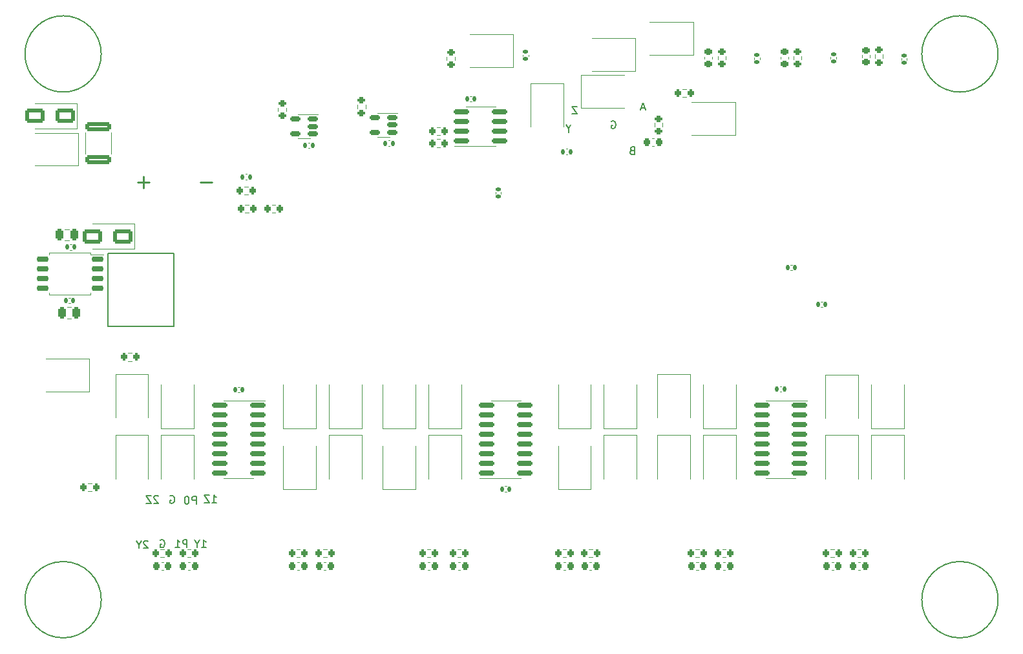
<source format=gbo>
G04 #@! TF.GenerationSoftware,KiCad,Pcbnew,7.0.2-6a45011f42~172~ubuntu22.04.1*
G04 #@! TF.CreationDate,2023-05-13T08:30:53-06:00*
G04 #@! TF.ProjectId,colordance-brain,636f6c6f-7264-4616-9e63-652d62726169,rev?*
G04 #@! TF.SameCoordinates,Original*
G04 #@! TF.FileFunction,Legend,Bot*
G04 #@! TF.FilePolarity,Positive*
%FSLAX46Y46*%
G04 Gerber Fmt 4.6, Leading zero omitted, Abs format (unit mm)*
G04 Created by KiCad (PCBNEW 7.0.2-6a45011f42~172~ubuntu22.04.1) date 2023-05-13 08:30:53*
%MOMM*%
%LPD*%
G01*
G04 APERTURE LIST*
G04 Aperture macros list*
%AMRoundRect*
0 Rectangle with rounded corners*
0 $1 Rounding radius*
0 $2 $3 $4 $5 $6 $7 $8 $9 X,Y pos of 4 corners*
0 Add a 4 corners polygon primitive as box body*
4,1,4,$2,$3,$4,$5,$6,$7,$8,$9,$2,$3,0*
0 Add four circle primitives for the rounded corners*
1,1,$1+$1,$2,$3*
1,1,$1+$1,$4,$5*
1,1,$1+$1,$6,$7*
1,1,$1+$1,$8,$9*
0 Add four rect primitives between the rounded corners*
20,1,$1+$1,$2,$3,$4,$5,0*
20,1,$1+$1,$4,$5,$6,$7,0*
20,1,$1+$1,$6,$7,$8,$9,0*
20,1,$1+$1,$8,$9,$2,$3,0*%
G04 Aperture macros list end*
%ADD10C,0.250000*%
%ADD11C,0.150000*%
%ADD12C,0.120000*%
%ADD13C,1.600000*%
%ADD14R,1.600000X1.600000*%
%ADD15O,6.030000X2.070000*%
%ADD16C,3.200000*%
%ADD17R,1.500000X1.500000*%
%ADD18C,1.500000*%
%ADD19R,1.700000X1.700000*%
%ADD20O,1.700000X1.700000*%
%ADD21C,5.200000*%
%ADD22R,2.000000X2.000000*%
%ADD23C,2.000000*%
%ADD24RoundRect,0.250000X1.450000X-0.312500X1.450000X0.312500X-1.450000X0.312500X-1.450000X-0.312500X0*%
%ADD25RoundRect,0.140000X-0.140000X-0.170000X0.140000X-0.170000X0.140000X0.170000X-0.140000X0.170000X0*%
%ADD26RoundRect,0.140000X0.170000X-0.140000X0.170000X0.140000X-0.170000X0.140000X-0.170000X-0.140000X0*%
%ADD27RoundRect,0.225000X-0.250000X0.225000X-0.250000X-0.225000X0.250000X-0.225000X0.250000X0.225000X0*%
%ADD28RoundRect,0.140000X-0.170000X0.140000X-0.170000X-0.140000X0.170000X-0.140000X0.170000X0.140000X0*%
%ADD29RoundRect,0.140000X0.140000X0.170000X-0.140000X0.170000X-0.140000X-0.170000X0.140000X-0.170000X0*%
%ADD30RoundRect,0.225000X0.225000X0.250000X-0.225000X0.250000X-0.225000X-0.250000X0.225000X-0.250000X0*%
%ADD31RoundRect,0.225000X-0.225000X-0.250000X0.225000X-0.250000X0.225000X0.250000X-0.225000X0.250000X0*%
%ADD32R,2.300000X2.500000*%
%ADD33RoundRect,0.200000X-0.200000X-0.275000X0.200000X-0.275000X0.200000X0.275000X-0.200000X0.275000X0*%
%ADD34RoundRect,0.200000X0.200000X0.275000X-0.200000X0.275000X-0.200000X-0.275000X0.200000X-0.275000X0*%
%ADD35RoundRect,0.150000X-0.825000X-0.150000X0.825000X-0.150000X0.825000X0.150000X-0.825000X0.150000X0*%
%ADD36RoundRect,0.150000X0.825000X0.150000X-0.825000X0.150000X-0.825000X-0.150000X0.825000X-0.150000X0*%
%ADD37RoundRect,0.150000X0.512500X0.150000X-0.512500X0.150000X-0.512500X-0.150000X0.512500X-0.150000X0*%
%ADD38RoundRect,0.250000X1.000000X0.650000X-1.000000X0.650000X-1.000000X-0.650000X1.000000X-0.650000X0*%
%ADD39R,2.500000X2.300000*%
%ADD40RoundRect,0.250000X0.250000X0.475000X-0.250000X0.475000X-0.250000X-0.475000X0.250000X-0.475000X0*%
%ADD41RoundRect,0.150000X0.650000X0.150000X-0.650000X0.150000X-0.650000X-0.150000X0.650000X-0.150000X0*%
%ADD42RoundRect,0.200000X-0.275000X0.200000X-0.275000X-0.200000X0.275000X-0.200000X0.275000X0.200000X0*%
%ADD43RoundRect,0.200000X0.275000X-0.200000X0.275000X0.200000X-0.275000X0.200000X-0.275000X-0.200000X0*%
%ADD44R,3.500000X2.400000*%
G04 APERTURE END LIST*
D10*
X40523809Y-69293333D02*
X39000000Y-69293333D01*
X32323809Y-69293333D02*
X30800000Y-69293333D01*
X31561904Y-70055238D02*
X31561904Y-68531428D01*
D11*
X32114285Y-116357857D02*
X32066666Y-116310238D01*
X32066666Y-116310238D02*
X31971428Y-116262619D01*
X31971428Y-116262619D02*
X31733333Y-116262619D01*
X31733333Y-116262619D02*
X31638095Y-116310238D01*
X31638095Y-116310238D02*
X31590476Y-116357857D01*
X31590476Y-116357857D02*
X31542857Y-116453095D01*
X31542857Y-116453095D02*
X31542857Y-116548333D01*
X31542857Y-116548333D02*
X31590476Y-116691190D01*
X31590476Y-116691190D02*
X32161904Y-117262619D01*
X32161904Y-117262619D02*
X31542857Y-117262619D01*
X30923809Y-116786428D02*
X30923809Y-117262619D01*
X31257142Y-116262619D02*
X30923809Y-116786428D01*
X30923809Y-116786428D02*
X30590476Y-116262619D01*
X38438094Y-111462619D02*
X38438094Y-110462619D01*
X38438094Y-110462619D02*
X38057142Y-110462619D01*
X38057142Y-110462619D02*
X37961904Y-110510238D01*
X37961904Y-110510238D02*
X37914285Y-110557857D01*
X37914285Y-110557857D02*
X37866666Y-110653095D01*
X37866666Y-110653095D02*
X37866666Y-110795952D01*
X37866666Y-110795952D02*
X37914285Y-110891190D01*
X37914285Y-110891190D02*
X37961904Y-110938809D01*
X37961904Y-110938809D02*
X38057142Y-110986428D01*
X38057142Y-110986428D02*
X38438094Y-110986428D01*
X37247618Y-110462619D02*
X37152380Y-110462619D01*
X37152380Y-110462619D02*
X37057142Y-110510238D01*
X37057142Y-110510238D02*
X37009523Y-110557857D01*
X37009523Y-110557857D02*
X36961904Y-110653095D01*
X36961904Y-110653095D02*
X36914285Y-110843571D01*
X36914285Y-110843571D02*
X36914285Y-111081666D01*
X36914285Y-111081666D02*
X36961904Y-111272142D01*
X36961904Y-111272142D02*
X37009523Y-111367380D01*
X37009523Y-111367380D02*
X37057142Y-111415000D01*
X37057142Y-111415000D02*
X37152380Y-111462619D01*
X37152380Y-111462619D02*
X37247618Y-111462619D01*
X37247618Y-111462619D02*
X37342856Y-111415000D01*
X37342856Y-111415000D02*
X37390475Y-111367380D01*
X37390475Y-111367380D02*
X37438094Y-111272142D01*
X37438094Y-111272142D02*
X37485713Y-111081666D01*
X37485713Y-111081666D02*
X37485713Y-110843571D01*
X37485713Y-110843571D02*
X37438094Y-110653095D01*
X37438094Y-110653095D02*
X37390475Y-110557857D01*
X37390475Y-110557857D02*
X37342856Y-110510238D01*
X37342856Y-110510238D02*
X37247618Y-110462619D01*
X40490476Y-111262619D02*
X41061904Y-111262619D01*
X40776190Y-111262619D02*
X40776190Y-110262619D01*
X40776190Y-110262619D02*
X40871428Y-110405476D01*
X40871428Y-110405476D02*
X40966666Y-110500714D01*
X40966666Y-110500714D02*
X41061904Y-110548333D01*
X40157142Y-110262619D02*
X39490476Y-110262619D01*
X39490476Y-110262619D02*
X40157142Y-111262619D01*
X40157142Y-111262619D02*
X39490476Y-111262619D01*
X33461904Y-110457857D02*
X33414285Y-110410238D01*
X33414285Y-110410238D02*
X33319047Y-110362619D01*
X33319047Y-110362619D02*
X33080952Y-110362619D01*
X33080952Y-110362619D02*
X32985714Y-110410238D01*
X32985714Y-110410238D02*
X32938095Y-110457857D01*
X32938095Y-110457857D02*
X32890476Y-110553095D01*
X32890476Y-110553095D02*
X32890476Y-110648333D01*
X32890476Y-110648333D02*
X32938095Y-110791190D01*
X32938095Y-110791190D02*
X33509523Y-111362619D01*
X33509523Y-111362619D02*
X32890476Y-111362619D01*
X32557142Y-110362619D02*
X31890476Y-110362619D01*
X31890476Y-110362619D02*
X32557142Y-111362619D01*
X32557142Y-111362619D02*
X31890476Y-111362619D01*
X33738095Y-116210238D02*
X33833333Y-116162619D01*
X33833333Y-116162619D02*
X33976190Y-116162619D01*
X33976190Y-116162619D02*
X34119047Y-116210238D01*
X34119047Y-116210238D02*
X34214285Y-116305476D01*
X34214285Y-116305476D02*
X34261904Y-116400714D01*
X34261904Y-116400714D02*
X34309523Y-116591190D01*
X34309523Y-116591190D02*
X34309523Y-116734047D01*
X34309523Y-116734047D02*
X34261904Y-116924523D01*
X34261904Y-116924523D02*
X34214285Y-117019761D01*
X34214285Y-117019761D02*
X34119047Y-117115000D01*
X34119047Y-117115000D02*
X33976190Y-117162619D01*
X33976190Y-117162619D02*
X33880952Y-117162619D01*
X33880952Y-117162619D02*
X33738095Y-117115000D01*
X33738095Y-117115000D02*
X33690476Y-117067380D01*
X33690476Y-117067380D02*
X33690476Y-116734047D01*
X33690476Y-116734047D02*
X33880952Y-116734047D01*
X92838095Y-61310238D02*
X92933333Y-61262619D01*
X92933333Y-61262619D02*
X93076190Y-61262619D01*
X93076190Y-61262619D02*
X93219047Y-61310238D01*
X93219047Y-61310238D02*
X93314285Y-61405476D01*
X93314285Y-61405476D02*
X93361904Y-61500714D01*
X93361904Y-61500714D02*
X93409523Y-61691190D01*
X93409523Y-61691190D02*
X93409523Y-61834047D01*
X93409523Y-61834047D02*
X93361904Y-62024523D01*
X93361904Y-62024523D02*
X93314285Y-62119761D01*
X93314285Y-62119761D02*
X93219047Y-62215000D01*
X93219047Y-62215000D02*
X93076190Y-62262619D01*
X93076190Y-62262619D02*
X92980952Y-62262619D01*
X92980952Y-62262619D02*
X92838095Y-62215000D01*
X92838095Y-62215000D02*
X92790476Y-62167380D01*
X92790476Y-62167380D02*
X92790476Y-61834047D01*
X92790476Y-61834047D02*
X92980952Y-61834047D01*
X35038095Y-110410238D02*
X35133333Y-110362619D01*
X35133333Y-110362619D02*
X35276190Y-110362619D01*
X35276190Y-110362619D02*
X35419047Y-110410238D01*
X35419047Y-110410238D02*
X35514285Y-110505476D01*
X35514285Y-110505476D02*
X35561904Y-110600714D01*
X35561904Y-110600714D02*
X35609523Y-110791190D01*
X35609523Y-110791190D02*
X35609523Y-110934047D01*
X35609523Y-110934047D02*
X35561904Y-111124523D01*
X35561904Y-111124523D02*
X35514285Y-111219761D01*
X35514285Y-111219761D02*
X35419047Y-111315000D01*
X35419047Y-111315000D02*
X35276190Y-111362619D01*
X35276190Y-111362619D02*
X35180952Y-111362619D01*
X35180952Y-111362619D02*
X35038095Y-111315000D01*
X35038095Y-111315000D02*
X34990476Y-111267380D01*
X34990476Y-111267380D02*
X34990476Y-110934047D01*
X34990476Y-110934047D02*
X35180952Y-110934047D01*
X87199999Y-62286428D02*
X87199999Y-62762619D01*
X87533332Y-61762619D02*
X87199999Y-62286428D01*
X87199999Y-62286428D02*
X86866666Y-61762619D01*
X97238094Y-59576904D02*
X96761904Y-59576904D01*
X97333332Y-59862619D02*
X96999999Y-58862619D01*
X96999999Y-58862619D02*
X96666666Y-59862619D01*
X39142857Y-117162619D02*
X39714285Y-117162619D01*
X39428571Y-117162619D02*
X39428571Y-116162619D01*
X39428571Y-116162619D02*
X39523809Y-116305476D01*
X39523809Y-116305476D02*
X39619047Y-116400714D01*
X39619047Y-116400714D02*
X39714285Y-116448333D01*
X38523809Y-116686428D02*
X38523809Y-117162619D01*
X38857142Y-116162619D02*
X38523809Y-116686428D01*
X38523809Y-116686428D02*
X38190476Y-116162619D01*
X95528571Y-65138809D02*
X95385714Y-65186428D01*
X95385714Y-65186428D02*
X95338095Y-65234047D01*
X95338095Y-65234047D02*
X95290476Y-65329285D01*
X95290476Y-65329285D02*
X95290476Y-65472142D01*
X95290476Y-65472142D02*
X95338095Y-65567380D01*
X95338095Y-65567380D02*
X95385714Y-65615000D01*
X95385714Y-65615000D02*
X95480952Y-65662619D01*
X95480952Y-65662619D02*
X95861904Y-65662619D01*
X95861904Y-65662619D02*
X95861904Y-64662619D01*
X95861904Y-64662619D02*
X95528571Y-64662619D01*
X95528571Y-64662619D02*
X95433333Y-64710238D01*
X95433333Y-64710238D02*
X95385714Y-64757857D01*
X95385714Y-64757857D02*
X95338095Y-64853095D01*
X95338095Y-64853095D02*
X95338095Y-64948333D01*
X95338095Y-64948333D02*
X95385714Y-65043571D01*
X95385714Y-65043571D02*
X95433333Y-65091190D01*
X95433333Y-65091190D02*
X95528571Y-65138809D01*
X95528571Y-65138809D02*
X95861904Y-65138809D01*
X37238094Y-117162619D02*
X37238094Y-116162619D01*
X37238094Y-116162619D02*
X36857142Y-116162619D01*
X36857142Y-116162619D02*
X36761904Y-116210238D01*
X36761904Y-116210238D02*
X36714285Y-116257857D01*
X36714285Y-116257857D02*
X36666666Y-116353095D01*
X36666666Y-116353095D02*
X36666666Y-116495952D01*
X36666666Y-116495952D02*
X36714285Y-116591190D01*
X36714285Y-116591190D02*
X36761904Y-116638809D01*
X36761904Y-116638809D02*
X36857142Y-116686428D01*
X36857142Y-116686428D02*
X37238094Y-116686428D01*
X35714285Y-117162619D02*
X36285713Y-117162619D01*
X35999999Y-117162619D02*
X35999999Y-116162619D01*
X35999999Y-116162619D02*
X36095237Y-116305476D01*
X36095237Y-116305476D02*
X36190475Y-116400714D01*
X36190475Y-116400714D02*
X36285713Y-116448333D01*
X88333332Y-59362619D02*
X87666666Y-59362619D01*
X87666666Y-59362619D02*
X88333332Y-60362619D01*
X88333332Y-60362619D02*
X87666666Y-60362619D01*
G04 #@! TO.C,H1*
X26000000Y-52500000D02*
G75*
G03*
X26000000Y-52500000I-5000000J0D01*
G01*
G04 #@! TO.C,H2*
X143500000Y-124000000D02*
G75*
G03*
X143500000Y-124000000I-5000000J0D01*
G01*
G04 #@! TO.C,H3*
X143500000Y-52500000D02*
G75*
G03*
X143500000Y-52500000I-5000000J0D01*
G01*
G04 #@! TO.C,H4*
X26000000Y-124000000D02*
G75*
G03*
X26000000Y-124000000I-5000000J0D01*
G01*
D12*
G04 #@! TO.C,TH1*
X23890000Y-65586252D02*
X23890000Y-62813748D01*
X27310000Y-65586252D02*
X27310000Y-62813748D01*
G04 #@! TO.C,C2*
X53092164Y-64140000D02*
X53307836Y-64140000D01*
X53092164Y-64860000D02*
X53307836Y-64860000D01*
G04 #@! TO.C,C3*
X121560000Y-53107836D02*
X121560000Y-52892164D01*
X122280000Y-53107836D02*
X122280000Y-52892164D01*
G04 #@! TO.C,C4*
X106010000Y-52859420D02*
X106010000Y-53140580D01*
X104990000Y-52859420D02*
X104990000Y-53140580D01*
G04 #@! TO.C,C8*
X63592164Y-63840000D02*
X63807836Y-63840000D01*
X63592164Y-64560000D02*
X63807836Y-64560000D01*
G04 #@! TO.C,C6*
X111540000Y-53207836D02*
X111540000Y-52992164D01*
X112260000Y-53207836D02*
X112260000Y-52992164D01*
G04 #@! TO.C,C7*
X116030000Y-52859420D02*
X116030000Y-53140580D01*
X115010000Y-52859420D02*
X115010000Y-53140580D01*
G04 #@! TO.C,C10*
X78360000Y-70592164D02*
X78360000Y-70807836D01*
X77640000Y-70592164D02*
X77640000Y-70807836D01*
G04 #@! TO.C,C11*
X120507836Y-85660000D02*
X120292164Y-85660000D01*
X120507836Y-84940000D02*
X120292164Y-84940000D01*
G04 #@! TO.C,C12*
X116292164Y-80140000D02*
X116507836Y-80140000D01*
X116292164Y-80860000D02*
X116507836Y-80860000D01*
G04 #@! TO.C,C15*
X43892164Y-96140000D02*
X44107836Y-96140000D01*
X43892164Y-96860000D02*
X44107836Y-96860000D01*
G04 #@! TO.C,C16*
X55440580Y-120110000D02*
X55159420Y-120110000D01*
X55440580Y-119090000D02*
X55159420Y-119090000D01*
G04 #@! TO.C,C17*
X51659420Y-119090000D02*
X51940580Y-119090000D01*
X51659420Y-120110000D02*
X51940580Y-120110000D01*
G04 #@! TO.C,C20*
X114892164Y-96040000D02*
X115107836Y-96040000D01*
X114892164Y-96760000D02*
X115107836Y-96760000D01*
G04 #@! TO.C,C21*
X125440580Y-120110000D02*
X125159420Y-120110000D01*
X125440580Y-119090000D02*
X125159420Y-119090000D01*
G04 #@! TO.C,C22*
X121659420Y-119090000D02*
X121940580Y-119090000D01*
X121659420Y-120110000D02*
X121940580Y-120110000D01*
G04 #@! TO.C,C25*
X79107836Y-109860000D02*
X78892164Y-109860000D01*
X79107836Y-109140000D02*
X78892164Y-109140000D01*
G04 #@! TO.C,C26*
X73040580Y-120110000D02*
X72759420Y-120110000D01*
X73040580Y-119090000D02*
X72759420Y-119090000D01*
G04 #@! TO.C,C27*
X68759420Y-119090000D02*
X69040580Y-119090000D01*
X68759420Y-120110000D02*
X69040580Y-120110000D01*
G04 #@! TO.C,D9*
X49850000Y-109550000D02*
X49850000Y-103850000D01*
X54150000Y-109550000D02*
X49850000Y-109550000D01*
X54150000Y-109550000D02*
X54150000Y-103850000D01*
G04 #@! TO.C,D10*
X60150000Y-102450000D02*
X60150000Y-108150000D01*
X55850000Y-102450000D02*
X60150000Y-102450000D01*
X55850000Y-102450000D02*
X55850000Y-108150000D01*
G04 #@! TO.C,D11*
X55850000Y-101550000D02*
X55850000Y-95850000D01*
X60150000Y-101550000D02*
X55850000Y-101550000D01*
X60150000Y-101550000D02*
X60150000Y-95850000D01*
G04 #@! TO.C,D12*
X32150000Y-102450000D02*
X32150000Y-108150000D01*
X27850000Y-102450000D02*
X32150000Y-102450000D01*
X27850000Y-102450000D02*
X27850000Y-108150000D01*
G04 #@! TO.C,D13*
X32150000Y-94450000D02*
X32150000Y-100150000D01*
X27850000Y-94450000D02*
X32150000Y-94450000D01*
X27850000Y-94450000D02*
X27850000Y-100150000D01*
G04 #@! TO.C,D14*
X33850000Y-101550000D02*
X33850000Y-95850000D01*
X38150000Y-101550000D02*
X33850000Y-101550000D01*
X38150000Y-101550000D02*
X38150000Y-95850000D01*
G04 #@! TO.C,D15*
X38150000Y-102450000D02*
X38150000Y-108150000D01*
X33850000Y-102450000D02*
X38150000Y-102450000D01*
X33850000Y-102450000D02*
X33850000Y-108150000D01*
G04 #@! TO.C,D16*
X125150000Y-102450000D02*
X125150000Y-108150000D01*
X120850000Y-102450000D02*
X125150000Y-102450000D01*
X120850000Y-102450000D02*
X120850000Y-108150000D01*
G04 #@! TO.C,D17*
X125150000Y-94500000D02*
X125150000Y-100200000D01*
X120850000Y-94500000D02*
X125150000Y-94500000D01*
X120850000Y-94500000D02*
X120850000Y-100200000D01*
G04 #@! TO.C,D18*
X126850000Y-101550000D02*
X126850000Y-95850000D01*
X131150000Y-101550000D02*
X126850000Y-101550000D01*
X131150000Y-101550000D02*
X131150000Y-95850000D01*
G04 #@! TO.C,D19*
X131150000Y-102450000D02*
X131150000Y-108150000D01*
X126850000Y-102450000D02*
X131150000Y-102450000D01*
X126850000Y-102450000D02*
X126850000Y-108150000D01*
G04 #@! TO.C,D20*
X103150000Y-102450000D02*
X103150000Y-108150000D01*
X98850000Y-102450000D02*
X103150000Y-102450000D01*
X98850000Y-102450000D02*
X98850000Y-108150000D01*
G04 #@! TO.C,D22*
X109150000Y-102450000D02*
X109150000Y-108150000D01*
X104850000Y-102450000D02*
X109150000Y-102450000D01*
X104850000Y-102450000D02*
X104850000Y-108150000D01*
G04 #@! TO.C,D24*
X62850000Y-101550000D02*
X62850000Y-95850000D01*
X67150000Y-101550000D02*
X62850000Y-101550000D01*
X67150000Y-101550000D02*
X67150000Y-95850000D01*
G04 #@! TO.C,D26*
X73150000Y-102450000D02*
X73150000Y-108150000D01*
X68850000Y-102450000D02*
X73150000Y-102450000D01*
X68850000Y-102450000D02*
X68850000Y-108150000D01*
G04 #@! TO.C,D27*
X68850000Y-101550000D02*
X68850000Y-95850000D01*
X73150000Y-101550000D02*
X68850000Y-101550000D01*
X73150000Y-101550000D02*
X73150000Y-95850000D01*
G04 #@! TO.C,D28*
X85850000Y-101550000D02*
X85850000Y-95850000D01*
X90150000Y-101550000D02*
X85850000Y-101550000D01*
X90150000Y-101550000D02*
X90150000Y-95850000D01*
G04 #@! TO.C,D29*
X85850000Y-109550000D02*
X85850000Y-103850000D01*
X90150000Y-109550000D02*
X85850000Y-109550000D01*
X90150000Y-109550000D02*
X90150000Y-103850000D01*
G04 #@! TO.C,D31*
X91850000Y-101550000D02*
X91850000Y-95850000D01*
X96150000Y-101550000D02*
X91850000Y-101550000D01*
X96150000Y-101550000D02*
X96150000Y-95850000D01*
G04 #@! TO.C,R1*
X29537742Y-92722500D02*
X30012258Y-92722500D01*
X29537742Y-91677500D02*
X30012258Y-91677500D01*
G04 #@! TO.C,R2*
X44862742Y-72277500D02*
X45337258Y-72277500D01*
X44862742Y-73322500D02*
X45337258Y-73322500D01*
G04 #@! TO.C,R3*
X45237258Y-70922500D02*
X44762742Y-70922500D01*
X45237258Y-69877500D02*
X44762742Y-69877500D01*
G04 #@! TO.C,U7*
X79000000Y-97940000D02*
X77050000Y-97940000D01*
X79000000Y-97940000D02*
X80950000Y-97940000D01*
X79000000Y-108060000D02*
X75550000Y-108060000D01*
X79000000Y-108060000D02*
X80950000Y-108060000D01*
G04 #@! TO.C,U5*
X44000000Y-108060000D02*
X45950000Y-108060000D01*
X44000000Y-108060000D02*
X42050000Y-108060000D01*
X44000000Y-97940000D02*
X47450000Y-97940000D01*
X44000000Y-97940000D02*
X42050000Y-97940000D01*
G04 #@! TO.C,U6*
X115000000Y-108060000D02*
X116950000Y-108060000D01*
X115000000Y-108060000D02*
X113050000Y-108060000D01*
X115000000Y-97940000D02*
X118450000Y-97940000D01*
X115000000Y-97940000D02*
X113050000Y-97940000D01*
G04 #@! TO.C,D25*
X62850000Y-109550000D02*
X62850000Y-103850000D01*
X67150000Y-109550000D02*
X62850000Y-109550000D01*
X67150000Y-109550000D02*
X67150000Y-103850000D01*
G04 #@! TO.C,D30*
X96150000Y-102450000D02*
X96150000Y-108150000D01*
X91850000Y-102450000D02*
X96150000Y-102450000D01*
X91850000Y-102450000D02*
X91850000Y-108150000D01*
G04 #@! TO.C,D23*
X104850000Y-101550000D02*
X104850000Y-95850000D01*
X109150000Y-101550000D02*
X104850000Y-101550000D01*
X109150000Y-101550000D02*
X109150000Y-95850000D01*
G04 #@! TO.C,D21*
X103150000Y-94450000D02*
X103150000Y-100150000D01*
X98850000Y-94450000D02*
X103150000Y-94450000D01*
X98850000Y-94450000D02*
X98850000Y-100150000D01*
G04 #@! TO.C,C5*
X45107836Y-68960000D02*
X44892164Y-68960000D01*
X45107836Y-68240000D02*
X44892164Y-68240000D01*
G04 #@! TO.C,D8*
X49850000Y-101550000D02*
X49850000Y-95850000D01*
X54150000Y-101550000D02*
X49850000Y-101550000D01*
X54150000Y-101550000D02*
X54150000Y-95850000D01*
G04 #@! TO.C,U1*
X52600000Y-63560000D02*
X53400000Y-63560000D01*
X52600000Y-63560000D02*
X51800000Y-63560000D01*
X52600000Y-60440000D02*
X54400000Y-60440000D01*
X52600000Y-60440000D02*
X51800000Y-60440000D01*
G04 #@! TO.C,U2*
X63000000Y-63360000D02*
X63800000Y-63360000D01*
X63000000Y-63360000D02*
X62200000Y-63360000D01*
X63000000Y-60240000D02*
X64800000Y-60240000D01*
X63000000Y-60240000D02*
X62200000Y-60240000D01*
G04 #@! TO.C,C19*
X33859420Y-119090000D02*
X34140580Y-119090000D01*
X33859420Y-120110000D02*
X34140580Y-120110000D01*
G04 #@! TO.C,D34*
X30310000Y-78050000D02*
X24800000Y-78050000D01*
X30310000Y-74750000D02*
X30310000Y-78050000D01*
X30310000Y-74750000D02*
X24800000Y-74750000D01*
G04 #@! TO.C,D32*
X23000000Y-67150000D02*
X17300000Y-67150000D01*
X23000000Y-62850000D02*
X23000000Y-67150000D01*
X23000000Y-62850000D02*
X17300000Y-62850000D01*
G04 #@! TO.C,R4*
X102637258Y-58122500D02*
X102162742Y-58122500D01*
X102637258Y-57077500D02*
X102162742Y-57077500D01*
G04 #@! TO.C,R17*
X125537258Y-118422500D02*
X125062742Y-118422500D01*
X125537258Y-117377500D02*
X125062742Y-117377500D01*
G04 #@! TO.C,C31*
X21761252Y-76935000D02*
X21238748Y-76935000D01*
X21761252Y-75465000D02*
X21238748Y-75465000D01*
G04 #@! TO.C,D35*
X24450000Y-96750000D02*
X18750000Y-96750000D01*
X24450000Y-92450000D02*
X24450000Y-96750000D01*
X24450000Y-92450000D02*
X18750000Y-92450000D01*
G04 #@! TO.C,R15*
X37737258Y-118422500D02*
X37262742Y-118422500D01*
X37737258Y-117377500D02*
X37262742Y-117377500D01*
G04 #@! TO.C,R25*
X70412258Y-63122500D02*
X69937742Y-63122500D01*
X70412258Y-62077500D02*
X69937742Y-62077500D01*
G04 #@! TO.C,C14*
X98440580Y-64610000D02*
X98159420Y-64610000D01*
X98440580Y-63590000D02*
X98159420Y-63590000D01*
G04 #@! TO.C,D4*
X103550000Y-52650000D02*
X97850000Y-52650000D01*
X103550000Y-48350000D02*
X103550000Y-52650000D01*
X103550000Y-48350000D02*
X97850000Y-48350000D01*
G04 #@! TO.C,U8*
X24625000Y-84025000D02*
X24625000Y-83765000D01*
X24625000Y-78835000D02*
X26300000Y-78835000D01*
X24625000Y-78575000D02*
X24625000Y-78835000D01*
X21900000Y-84025000D02*
X24625000Y-84025000D01*
X21900000Y-84025000D02*
X19175000Y-84025000D01*
X21900000Y-78575000D02*
X24625000Y-78575000D01*
X21900000Y-78575000D02*
X19175000Y-78575000D01*
X19175000Y-84025000D02*
X19175000Y-83765000D01*
X19175000Y-78575000D02*
X19175000Y-78835000D01*
G04 #@! TO.C,C32*
X22107836Y-78160000D02*
X21892164Y-78160000D01*
X22107836Y-77440000D02*
X21892164Y-77440000D01*
G04 #@! TO.C,R27*
X128422500Y-52562742D02*
X128422500Y-53037258D01*
X127377500Y-52562742D02*
X127377500Y-53037258D01*
G04 #@! TO.C,C13*
X74507836Y-58760000D02*
X74292164Y-58760000D01*
X74507836Y-58040000D02*
X74292164Y-58040000D01*
G04 #@! TO.C,C37*
X126710000Y-52659420D02*
X126710000Y-52940580D01*
X125690000Y-52659420D02*
X125690000Y-52940580D01*
G04 #@! TO.C,R26*
X69937742Y-64722500D02*
X70412258Y-64722500D01*
X69937742Y-63677500D02*
X70412258Y-63677500D01*
G04 #@! TO.C,R23*
X90337258Y-118422500D02*
X89862742Y-118422500D01*
X90337258Y-117377500D02*
X89862742Y-117377500D01*
G04 #@! TO.C,D7*
X86550000Y-56350000D02*
X86550000Y-62050000D01*
X82250000Y-56350000D02*
X86550000Y-56350000D01*
X82250000Y-56350000D02*
X82250000Y-62050000D01*
G04 #@! TO.C,R9*
X24262742Y-108777500D02*
X24737258Y-108777500D01*
X24262742Y-109822500D02*
X24737258Y-109822500D01*
G04 #@! TO.C,R13*
X55537258Y-118422500D02*
X55062742Y-118422500D01*
X55537258Y-117377500D02*
X55062742Y-117377500D01*
G04 #@! TO.C,C18*
X37640580Y-120110000D02*
X37359420Y-120110000D01*
X37640580Y-119090000D02*
X37359420Y-119090000D01*
G04 #@! TO.C,R11*
X59577500Y-59637258D02*
X59577500Y-59162742D01*
X60622500Y-59637258D02*
X60622500Y-59162742D01*
G04 #@! TO.C,R12*
X99522500Y-61562742D02*
X99522500Y-62037258D01*
X98477500Y-61562742D02*
X98477500Y-62037258D01*
G04 #@! TO.C,C9*
X86892164Y-64940000D02*
X87107836Y-64940000D01*
X86892164Y-65660000D02*
X87107836Y-65660000D01*
G04 #@! TO.C,U4*
X75700000Y-59440000D02*
X73750000Y-59440000D01*
X75700000Y-59440000D02*
X77650000Y-59440000D01*
X75700000Y-64560000D02*
X72250000Y-64560000D01*
X75700000Y-64560000D02*
X77650000Y-64560000D01*
G04 #@! TO.C,R19*
X107837258Y-118422500D02*
X107362742Y-118422500D01*
X107837258Y-117377500D02*
X107362742Y-117377500D01*
D11*
G04 #@! TO.C,L1*
X26900000Y-78600000D02*
X35500000Y-78600000D01*
X35500000Y-78600000D02*
X35500000Y-88200000D01*
X35500000Y-88200000D02*
X26900000Y-88200000D01*
X26900000Y-88200000D02*
X26900000Y-78600000D01*
D12*
G04 #@! TO.C,R22*
X68662742Y-117377500D02*
X69137258Y-117377500D01*
X68662742Y-118422500D02*
X69137258Y-118422500D01*
G04 #@! TO.C,R18*
X121562742Y-117377500D02*
X122037258Y-117377500D01*
X121562742Y-118422500D02*
X122037258Y-118422500D01*
G04 #@! TO.C,C33*
X22061252Y-87135000D02*
X21538748Y-87135000D01*
X22061252Y-85665000D02*
X21538748Y-85665000D01*
G04 #@! TO.C,C23*
X107740580Y-120110000D02*
X107459420Y-120110000D01*
X107740580Y-119090000D02*
X107459420Y-119090000D01*
G04 #@! TO.C,R8*
X72322500Y-52862742D02*
X72322500Y-53337258D01*
X71277500Y-52862742D02*
X71277500Y-53337258D01*
G04 #@! TO.C,R14*
X51562742Y-117377500D02*
X52037258Y-117377500D01*
X51562742Y-118422500D02*
X52037258Y-118422500D01*
G04 #@! TO.C,C28*
X90240580Y-120110000D02*
X89959420Y-120110000D01*
X90240580Y-119090000D02*
X89959420Y-119090000D01*
G04 #@! TO.C,R7*
X48837258Y-73322500D02*
X48362742Y-73322500D01*
X48837258Y-72277500D02*
X48362742Y-72277500D01*
G04 #@! TO.C,C34*
X21927836Y-85160000D02*
X21712164Y-85160000D01*
X21927836Y-84440000D02*
X21712164Y-84440000D01*
G04 #@! TO.C,R20*
X103862742Y-117377500D02*
X104337258Y-117377500D01*
X103862742Y-118422500D02*
X104337258Y-118422500D01*
G04 #@! TO.C,D33*
X22810000Y-62250000D02*
X17300000Y-62250000D01*
X22810000Y-58950000D02*
X22810000Y-62250000D01*
X22810000Y-58950000D02*
X17300000Y-58950000D01*
G04 #@! TO.C,R5*
X49177500Y-60037258D02*
X49177500Y-59562742D01*
X50222500Y-60037258D02*
X50222500Y-59562742D01*
G04 #@! TO.C,C24*
X103959420Y-119090000D02*
X104240580Y-119090000D01*
X103959420Y-120110000D02*
X104240580Y-120110000D01*
G04 #@! TO.C,R6*
X107822500Y-52762742D02*
X107822500Y-53237258D01*
X106777500Y-52762742D02*
X106777500Y-53237258D01*
G04 #@! TO.C,C29*
X86559420Y-119090000D02*
X86840580Y-119090000D01*
X86559420Y-120110000D02*
X86840580Y-120110000D01*
G04 #@! TO.C,R24*
X86462742Y-117377500D02*
X86937258Y-117377500D01*
X86462742Y-118422500D02*
X86937258Y-118422500D01*
G04 #@! TO.C,R21*
X73137258Y-118422500D02*
X72662742Y-118422500D01*
X73137258Y-117377500D02*
X72662742Y-117377500D01*
G04 #@! TO.C,C1*
X81240000Y-52807836D02*
X81240000Y-52592164D01*
X81960000Y-52807836D02*
X81960000Y-52592164D01*
G04 #@! TO.C,D2*
X109050000Y-63150000D02*
X103350000Y-63150000D01*
X109050000Y-58850000D02*
X109050000Y-63150000D01*
X109050000Y-58850000D02*
X103350000Y-58850000D01*
G04 #@! TO.C,R10*
X117742500Y-52762742D02*
X117742500Y-53237258D01*
X116697500Y-52762742D02*
X116697500Y-53237258D01*
G04 #@! TO.C,D5*
X95950000Y-54750000D02*
X90250000Y-54750000D01*
X95950000Y-50450000D02*
X95950000Y-54750000D01*
X95950000Y-50450000D02*
X90250000Y-50450000D01*
G04 #@! TO.C,R16*
X33762742Y-117377500D02*
X34237258Y-117377500D01*
X33762742Y-118422500D02*
X34237258Y-118422500D01*
G04 #@! TO.C,D3*
X79950000Y-54250000D02*
X74250000Y-54250000D01*
X79950000Y-49950000D02*
X79950000Y-54250000D01*
X79950000Y-49950000D02*
X74250000Y-49950000D01*
G04 #@! TO.C,D6*
X88850000Y-55250000D02*
X94550000Y-55250000D01*
X88850000Y-59550000D02*
X88850000Y-55250000D01*
X88850000Y-59550000D02*
X94550000Y-59550000D01*
G04 #@! TO.C,C36*
X130840000Y-53307836D02*
X130840000Y-53092164D01*
X131560000Y-53307836D02*
X131560000Y-53092164D01*
G04 #@! TD*
%LPC*%
D13*
G04 #@! TO.C,U3*
X75990000Y-69920000D03*
X81070000Y-67380000D03*
X78530000Y-67380000D03*
X75990000Y-67380000D03*
X73450000Y-67380000D03*
X83610000Y-67380000D03*
X86150000Y-67380000D03*
X88690000Y-67380000D03*
X70910000Y-67380000D03*
X68370000Y-67380000D03*
X65830000Y-67380000D03*
X63290000Y-67380000D03*
X63290000Y-82620000D03*
X65830000Y-82620000D03*
X68370000Y-82620000D03*
X70910000Y-82620000D03*
X73450000Y-82620000D03*
X75990000Y-82620000D03*
X78530000Y-82620000D03*
X81070000Y-82620000D03*
X83610000Y-82620000D03*
X86150000Y-82620000D03*
X91230000Y-67380000D03*
X93770000Y-67380000D03*
X96310000Y-67380000D03*
X98850000Y-67380000D03*
X101390000Y-67380000D03*
X103930000Y-67380000D03*
X106470000Y-67380000D03*
X109010000Y-67380000D03*
X111550000Y-67380000D03*
X114090000Y-67380000D03*
X116630000Y-67380000D03*
X119170000Y-67380000D03*
D14*
X121710000Y-67380000D03*
D13*
X88690000Y-82620000D03*
X91230000Y-82620000D03*
X93770000Y-82620000D03*
X96310000Y-82620000D03*
X98850000Y-82620000D03*
X101390000Y-82620000D03*
X103930000Y-82620000D03*
X106470000Y-82620000D03*
X109010000Y-82620000D03*
X111550000Y-82620000D03*
X114090000Y-82620000D03*
X116630000Y-82620000D03*
X119170000Y-82620000D03*
X121710000Y-82620000D03*
X119170000Y-80080000D03*
G04 #@! TD*
D15*
G04 #@! TO.C,J14*
X31650000Y-66400000D03*
X39550000Y-66400000D03*
G04 #@! TD*
D16*
G04 #@! TO.C,J9*
X41565000Y-121381924D03*
X30135000Y-121381924D03*
D17*
X31405000Y-115031924D03*
D18*
X32675000Y-112491924D03*
X33945000Y-115031924D03*
X35215000Y-112491924D03*
X36485000Y-115031924D03*
X37755000Y-112491924D03*
X39025000Y-115031924D03*
X40295000Y-112491924D03*
G04 #@! TD*
D19*
G04 #@! TO.C,J2*
X48000000Y-56000000D03*
D20*
X50540000Y-56000000D03*
X53080000Y-56000000D03*
G04 #@! TD*
D19*
G04 #@! TO.C,J5*
X58500000Y-56000000D03*
D20*
X61040000Y-56000000D03*
X63580000Y-56000000D03*
G04 #@! TD*
D19*
G04 #@! TO.C,J4*
X116120000Y-56000000D03*
D20*
X118660000Y-56000000D03*
X121200000Y-56000000D03*
G04 #@! TD*
D19*
G04 #@! TO.C,J6*
X135000000Y-69000000D03*
D20*
X135000000Y-71540000D03*
X135000000Y-74080000D03*
X135000000Y-76620000D03*
X135000000Y-79160000D03*
G04 #@! TD*
D16*
G04 #@! TO.C,J10*
X117875000Y-121381924D03*
X129305000Y-121381924D03*
D17*
X119145000Y-115031924D03*
D18*
X120415000Y-112491924D03*
X121685000Y-115031924D03*
X122955000Y-112491924D03*
X124225000Y-115031924D03*
X125495000Y-112491924D03*
X126765000Y-115031924D03*
X128035000Y-112491924D03*
G04 #@! TD*
D16*
G04 #@! TO.C,J12*
X65185000Y-121391924D03*
X76615000Y-121391924D03*
D17*
X66455000Y-115041924D03*
D18*
X67725000Y-112501924D03*
X68995000Y-115041924D03*
X70265000Y-112501924D03*
X71535000Y-115041924D03*
X72805000Y-112501924D03*
X74075000Y-115041924D03*
X75345000Y-112501924D03*
G04 #@! TD*
D16*
G04 #@! TO.C,J11*
X100195000Y-121381924D03*
X111625000Y-121381924D03*
D17*
X101465000Y-115031924D03*
D18*
X102735000Y-112491924D03*
X104005000Y-115031924D03*
X105275000Y-112491924D03*
X106545000Y-115031924D03*
X107815000Y-112491924D03*
X109085000Y-115031924D03*
X110355000Y-112491924D03*
G04 #@! TD*
D16*
G04 #@! TO.C,J8*
X47815000Y-121381924D03*
X59245000Y-121381924D03*
D17*
X49085000Y-115031924D03*
D18*
X50355000Y-112491924D03*
X51625000Y-115031924D03*
X52895000Y-112491924D03*
X54165000Y-115031924D03*
X55435000Y-112491924D03*
X56705000Y-115031924D03*
X57975000Y-112491924D03*
G04 #@! TD*
D16*
G04 #@! TO.C,J13*
X82865000Y-121391924D03*
X94295000Y-121391924D03*
D17*
X84135000Y-115041924D03*
D18*
X85405000Y-112501924D03*
X86675000Y-115041924D03*
X87945000Y-112501924D03*
X89215000Y-115041924D03*
X90485000Y-112501924D03*
X91755000Y-115041924D03*
X93025000Y-112501924D03*
G04 #@! TD*
D21*
G04 #@! TO.C,H1*
X21000000Y-52500000D03*
G04 #@! TD*
G04 #@! TO.C,H2*
X138500000Y-124000000D03*
G04 #@! TD*
G04 #@! TO.C,H3*
X138500000Y-52500000D03*
G04 #@! TD*
G04 #@! TO.C,H4*
X21000000Y-124000000D03*
G04 #@! TD*
D19*
G04 #@! TO.C,J3*
X106000000Y-56000000D03*
D20*
X108540000Y-56000000D03*
X111080000Y-56000000D03*
G04 #@! TD*
D19*
G04 #@! TO.C,J15*
X126175000Y-55975000D03*
D20*
X128715000Y-55975000D03*
X131255000Y-55975000D03*
G04 #@! TD*
D16*
G04 #@! TO.C,J7*
X98170000Y-54550000D03*
X86740000Y-54550000D03*
D17*
X96900000Y-60900000D03*
D18*
X95630000Y-63440000D03*
X94360000Y-60900000D03*
X93090000Y-63440000D03*
X91820000Y-60900000D03*
X90550000Y-63440000D03*
X89280000Y-60900000D03*
X88010000Y-63440000D03*
G04 #@! TD*
D22*
G04 #@! TO.C,C35*
X23467677Y-90500000D03*
D23*
X18467677Y-90500000D03*
G04 #@! TD*
D22*
G04 #@! TO.C,C30*
X23500000Y-72900000D03*
D23*
X18500000Y-72900000D03*
G04 #@! TD*
D19*
G04 #@! TO.C,J1*
X70500000Y-55975000D03*
D20*
X73040000Y-55975000D03*
X75580000Y-55975000D03*
X78120000Y-55975000D03*
G04 #@! TD*
D23*
G04 #@! TO.C,SW1*
X23650000Y-100350000D03*
X23650000Y-106850000D03*
X19150000Y-100350000D03*
X19150000Y-106850000D03*
G04 #@! TD*
D22*
G04 #@! TO.C,C38*
X117900000Y-90032323D03*
D23*
X117900000Y-95032323D03*
G04 #@! TD*
D24*
G04 #@! TO.C,TH1*
X25600000Y-62062500D03*
X25600000Y-66337500D03*
G04 #@! TD*
D25*
G04 #@! TO.C,C2*
X52720000Y-64500000D03*
X53680000Y-64500000D03*
G04 #@! TD*
D26*
G04 #@! TO.C,C3*
X121920000Y-53480000D03*
X121920000Y-52520000D03*
G04 #@! TD*
D27*
G04 #@! TO.C,C4*
X105500000Y-52225000D03*
X105500000Y-53775000D03*
G04 #@! TD*
D25*
G04 #@! TO.C,C8*
X63220000Y-64200000D03*
X64180000Y-64200000D03*
G04 #@! TD*
D26*
G04 #@! TO.C,C6*
X111900000Y-53580000D03*
X111900000Y-52620000D03*
G04 #@! TD*
D27*
G04 #@! TO.C,C7*
X115520000Y-52225000D03*
X115520000Y-53775000D03*
G04 #@! TD*
D28*
G04 #@! TO.C,C10*
X78000000Y-70220000D03*
X78000000Y-71180000D03*
G04 #@! TD*
D29*
G04 #@! TO.C,C11*
X120880000Y-85300000D03*
X119920000Y-85300000D03*
G04 #@! TD*
D25*
G04 #@! TO.C,C12*
X115920000Y-80500000D03*
X116880000Y-80500000D03*
G04 #@! TD*
G04 #@! TO.C,C15*
X43520000Y-96500000D03*
X44480000Y-96500000D03*
G04 #@! TD*
D30*
G04 #@! TO.C,C16*
X56075000Y-119600000D03*
X54525000Y-119600000D03*
G04 #@! TD*
D31*
G04 #@! TO.C,C17*
X51025000Y-119600000D03*
X52575000Y-119600000D03*
G04 #@! TD*
D25*
G04 #@! TO.C,C20*
X114520000Y-96400000D03*
X115480000Y-96400000D03*
G04 #@! TD*
D30*
G04 #@! TO.C,C21*
X126075000Y-119600000D03*
X124525000Y-119600000D03*
G04 #@! TD*
D31*
G04 #@! TO.C,C22*
X121025000Y-119600000D03*
X122575000Y-119600000D03*
G04 #@! TD*
D29*
G04 #@! TO.C,C25*
X79480000Y-109500000D03*
X78520000Y-109500000D03*
G04 #@! TD*
D30*
G04 #@! TO.C,C26*
X73675000Y-119600000D03*
X72125000Y-119600000D03*
G04 #@! TD*
D31*
G04 #@! TO.C,C27*
X68125000Y-119600000D03*
X69675000Y-119600000D03*
G04 #@! TD*
D32*
G04 #@! TO.C,D9*
X52000000Y-108150000D03*
X52000000Y-103850000D03*
G04 #@! TD*
G04 #@! TO.C,D10*
X58000000Y-103850000D03*
X58000000Y-108150000D03*
G04 #@! TD*
G04 #@! TO.C,D11*
X58000000Y-100150000D03*
X58000000Y-95850000D03*
G04 #@! TD*
G04 #@! TO.C,D12*
X30000000Y-103850000D03*
X30000000Y-108150000D03*
G04 #@! TD*
G04 #@! TO.C,D13*
X30000000Y-95850000D03*
X30000000Y-100150000D03*
G04 #@! TD*
G04 #@! TO.C,D14*
X36000000Y-100150000D03*
X36000000Y-95850000D03*
G04 #@! TD*
G04 #@! TO.C,D15*
X36000000Y-103850000D03*
X36000000Y-108150000D03*
G04 #@! TD*
G04 #@! TO.C,D16*
X123000000Y-103850000D03*
X123000000Y-108150000D03*
G04 #@! TD*
G04 #@! TO.C,D17*
X123000000Y-95900000D03*
X123000000Y-100200000D03*
G04 #@! TD*
G04 #@! TO.C,D18*
X129000000Y-100150000D03*
X129000000Y-95850000D03*
G04 #@! TD*
G04 #@! TO.C,D19*
X129000000Y-103850000D03*
X129000000Y-108150000D03*
G04 #@! TD*
G04 #@! TO.C,D20*
X101000000Y-103850000D03*
X101000000Y-108150000D03*
G04 #@! TD*
G04 #@! TO.C,D22*
X107000000Y-103850000D03*
X107000000Y-108150000D03*
G04 #@! TD*
G04 #@! TO.C,D24*
X65000000Y-100150000D03*
X65000000Y-95850000D03*
G04 #@! TD*
G04 #@! TO.C,D26*
X71000000Y-103850000D03*
X71000000Y-108150000D03*
G04 #@! TD*
G04 #@! TO.C,D27*
X71000000Y-100150000D03*
X71000000Y-95850000D03*
G04 #@! TD*
G04 #@! TO.C,D28*
X88000000Y-100150000D03*
X88000000Y-95850000D03*
G04 #@! TD*
G04 #@! TO.C,D29*
X88000000Y-108150000D03*
X88000000Y-103850000D03*
G04 #@! TD*
G04 #@! TO.C,D31*
X94000000Y-100150000D03*
X94000000Y-95850000D03*
G04 #@! TD*
D33*
G04 #@! TO.C,R1*
X30600000Y-92200000D03*
X28950000Y-92200000D03*
G04 #@! TD*
G04 #@! TO.C,R2*
X44275000Y-72800000D03*
X45925000Y-72800000D03*
G04 #@! TD*
D34*
G04 #@! TO.C,R3*
X45825000Y-70400000D03*
X44175000Y-70400000D03*
G04 #@! TD*
D35*
G04 #@! TO.C,U7*
X76525000Y-107445000D03*
X76525000Y-106175000D03*
X76525000Y-104905000D03*
X76525000Y-103635000D03*
X76525000Y-102365000D03*
X76525000Y-101095000D03*
X76525000Y-99825000D03*
X76525000Y-98555000D03*
X81475000Y-98555000D03*
X81475000Y-99825000D03*
X81475000Y-101095000D03*
X81475000Y-102365000D03*
X81475000Y-103635000D03*
X81475000Y-104905000D03*
X81475000Y-106175000D03*
X81475000Y-107445000D03*
G04 #@! TD*
D36*
G04 #@! TO.C,U5*
X46475000Y-98555000D03*
X46475000Y-99825000D03*
X46475000Y-101095000D03*
X46475000Y-102365000D03*
X46475000Y-103635000D03*
X46475000Y-104905000D03*
X46475000Y-106175000D03*
X46475000Y-107445000D03*
X41525000Y-107445000D03*
X41525000Y-106175000D03*
X41525000Y-104905000D03*
X41525000Y-103635000D03*
X41525000Y-102365000D03*
X41525000Y-101095000D03*
X41525000Y-99825000D03*
X41525000Y-98555000D03*
G04 #@! TD*
G04 #@! TO.C,U6*
X117475000Y-98555000D03*
X117475000Y-99825000D03*
X117475000Y-101095000D03*
X117475000Y-102365000D03*
X117475000Y-103635000D03*
X117475000Y-104905000D03*
X117475000Y-106175000D03*
X117475000Y-107445000D03*
X112525000Y-107445000D03*
X112525000Y-106175000D03*
X112525000Y-104905000D03*
X112525000Y-103635000D03*
X112525000Y-102365000D03*
X112525000Y-101095000D03*
X112525000Y-99825000D03*
X112525000Y-98555000D03*
G04 #@! TD*
D32*
G04 #@! TO.C,D25*
X65000000Y-108150000D03*
X65000000Y-103850000D03*
G04 #@! TD*
G04 #@! TO.C,D30*
X94000000Y-103850000D03*
X94000000Y-108150000D03*
G04 #@! TD*
G04 #@! TO.C,D23*
X107000000Y-100150000D03*
X107000000Y-95850000D03*
G04 #@! TD*
G04 #@! TO.C,D21*
X101000000Y-95850000D03*
X101000000Y-100150000D03*
G04 #@! TD*
D29*
G04 #@! TO.C,C5*
X45480000Y-68600000D03*
X44520000Y-68600000D03*
G04 #@! TD*
D32*
G04 #@! TO.C,D8*
X52000000Y-100150000D03*
X52000000Y-95850000D03*
G04 #@! TD*
D37*
G04 #@! TO.C,U1*
X53737500Y-61050000D03*
X53737500Y-62000000D03*
X53737500Y-62950000D03*
X51462500Y-62950000D03*
X51462500Y-61050000D03*
G04 #@! TD*
G04 #@! TO.C,U2*
X64137500Y-60850000D03*
X64137500Y-61800000D03*
X64137500Y-62750000D03*
X61862500Y-62750000D03*
X61862500Y-60850000D03*
G04 #@! TD*
D31*
G04 #@! TO.C,C19*
X33225000Y-119600000D03*
X34775000Y-119600000D03*
G04 #@! TD*
D38*
G04 #@! TO.C,D34*
X28800000Y-76400000D03*
X24800000Y-76400000D03*
G04 #@! TD*
D39*
G04 #@! TO.C,D32*
X21600000Y-65000000D03*
X17300000Y-65000000D03*
G04 #@! TD*
D34*
G04 #@! TO.C,R4*
X103225000Y-57600000D03*
X101575000Y-57600000D03*
G04 #@! TD*
G04 #@! TO.C,R17*
X126125000Y-117900000D03*
X124475000Y-117900000D03*
G04 #@! TD*
D40*
G04 #@! TO.C,C31*
X22450000Y-76200000D03*
X20550000Y-76200000D03*
G04 #@! TD*
D39*
G04 #@! TO.C,D35*
X23050000Y-94600000D03*
X18750000Y-94600000D03*
G04 #@! TD*
D34*
G04 #@! TO.C,R15*
X38325000Y-117900000D03*
X36675000Y-117900000D03*
G04 #@! TD*
G04 #@! TO.C,R25*
X71000000Y-62600000D03*
X69350000Y-62600000D03*
G04 #@! TD*
D30*
G04 #@! TO.C,C14*
X99075000Y-64100000D03*
X97525000Y-64100000D03*
G04 #@! TD*
D39*
G04 #@! TO.C,D4*
X102150000Y-50500000D03*
X97850000Y-50500000D03*
G04 #@! TD*
D41*
G04 #@! TO.C,U8*
X25500000Y-79395000D03*
X25500000Y-80665000D03*
X25500000Y-81935000D03*
X25500000Y-83205000D03*
X18300000Y-83205000D03*
X18300000Y-81935000D03*
X18300000Y-80665000D03*
X18300000Y-79395000D03*
G04 #@! TD*
D29*
G04 #@! TO.C,C32*
X22480000Y-77800000D03*
X21520000Y-77800000D03*
G04 #@! TD*
D42*
G04 #@! TO.C,R27*
X127900000Y-51975000D03*
X127900000Y-53625000D03*
G04 #@! TD*
D29*
G04 #@! TO.C,C13*
X74880000Y-58400000D03*
X73920000Y-58400000D03*
G04 #@! TD*
D27*
G04 #@! TO.C,C37*
X126200000Y-52025000D03*
X126200000Y-53575000D03*
G04 #@! TD*
D33*
G04 #@! TO.C,R26*
X71000000Y-64200000D03*
X69350000Y-64200000D03*
G04 #@! TD*
D34*
G04 #@! TO.C,R23*
X90925000Y-117900000D03*
X89275000Y-117900000D03*
G04 #@! TD*
D32*
G04 #@! TO.C,D7*
X84400000Y-57750000D03*
X84400000Y-62050000D03*
G04 #@! TD*
D33*
G04 #@! TO.C,R9*
X23675000Y-109300000D03*
X25325000Y-109300000D03*
G04 #@! TD*
D34*
G04 #@! TO.C,R13*
X56125000Y-117900000D03*
X54475000Y-117900000D03*
G04 #@! TD*
D30*
G04 #@! TO.C,C18*
X38275000Y-119600000D03*
X36725000Y-119600000D03*
G04 #@! TD*
D43*
G04 #@! TO.C,R11*
X60100000Y-60225000D03*
X60100000Y-58575000D03*
G04 #@! TD*
D42*
G04 #@! TO.C,R12*
X99000000Y-60975000D03*
X99000000Y-62625000D03*
G04 #@! TD*
D25*
G04 #@! TO.C,C9*
X86520000Y-65300000D03*
X87480000Y-65300000D03*
G04 #@! TD*
D35*
G04 #@! TO.C,U4*
X73225000Y-63905000D03*
X73225000Y-62635000D03*
X73225000Y-61365000D03*
X73225000Y-60095000D03*
X78175000Y-60095000D03*
X78175000Y-61365000D03*
X78175000Y-62635000D03*
X78175000Y-63905000D03*
G04 #@! TD*
D34*
G04 #@! TO.C,R19*
X108425000Y-117900000D03*
X106775000Y-117900000D03*
G04 #@! TD*
D44*
G04 #@! TO.C,L1*
X31200000Y-86850000D03*
X31200000Y-79950000D03*
G04 #@! TD*
D33*
G04 #@! TO.C,R22*
X68075000Y-117900000D03*
X69725000Y-117900000D03*
G04 #@! TD*
G04 #@! TO.C,R18*
X120975000Y-117900000D03*
X122625000Y-117900000D03*
G04 #@! TD*
D40*
G04 #@! TO.C,C33*
X22750000Y-86400000D03*
X20850000Y-86400000D03*
G04 #@! TD*
D30*
G04 #@! TO.C,C23*
X108375000Y-119600000D03*
X106825000Y-119600000D03*
G04 #@! TD*
D42*
G04 #@! TO.C,R8*
X71800000Y-52275000D03*
X71800000Y-53925000D03*
G04 #@! TD*
D33*
G04 #@! TO.C,R14*
X50975000Y-117900000D03*
X52625000Y-117900000D03*
G04 #@! TD*
D30*
G04 #@! TO.C,C28*
X90875000Y-119600000D03*
X89325000Y-119600000D03*
G04 #@! TD*
D34*
G04 #@! TO.C,R7*
X49425000Y-72800000D03*
X47775000Y-72800000D03*
G04 #@! TD*
D29*
G04 #@! TO.C,C34*
X22300000Y-84800000D03*
X21340000Y-84800000D03*
G04 #@! TD*
D33*
G04 #@! TO.C,R20*
X103275000Y-117900000D03*
X104925000Y-117900000D03*
G04 #@! TD*
D38*
G04 #@! TO.C,D33*
X21300000Y-60600000D03*
X17300000Y-60600000D03*
G04 #@! TD*
D43*
G04 #@! TO.C,R5*
X49700000Y-60625000D03*
X49700000Y-58975000D03*
G04 #@! TD*
D31*
G04 #@! TO.C,C24*
X103325000Y-119600000D03*
X104875000Y-119600000D03*
G04 #@! TD*
D42*
G04 #@! TO.C,R6*
X107300000Y-52175000D03*
X107300000Y-53825000D03*
G04 #@! TD*
D31*
G04 #@! TO.C,C29*
X85925000Y-119600000D03*
X87475000Y-119600000D03*
G04 #@! TD*
D33*
G04 #@! TO.C,R24*
X85875000Y-117900000D03*
X87525000Y-117900000D03*
G04 #@! TD*
D34*
G04 #@! TO.C,R21*
X73725000Y-117900000D03*
X72075000Y-117900000D03*
G04 #@! TD*
D26*
G04 #@! TO.C,C1*
X81600000Y-53180000D03*
X81600000Y-52220000D03*
G04 #@! TD*
D39*
G04 #@! TO.C,D2*
X107650000Y-61000000D03*
X103350000Y-61000000D03*
G04 #@! TD*
D42*
G04 #@! TO.C,R10*
X117220000Y-52175000D03*
X117220000Y-53825000D03*
G04 #@! TD*
D39*
G04 #@! TO.C,D5*
X94550000Y-52600000D03*
X90250000Y-52600000D03*
G04 #@! TD*
D33*
G04 #@! TO.C,R16*
X33175000Y-117900000D03*
X34825000Y-117900000D03*
G04 #@! TD*
D39*
G04 #@! TO.C,D3*
X78550000Y-52100000D03*
X74250000Y-52100000D03*
G04 #@! TD*
G04 #@! TO.C,D6*
X90250000Y-57400000D03*
X94550000Y-57400000D03*
G04 #@! TD*
D26*
G04 #@! TO.C,C36*
X131200000Y-53680000D03*
X131200000Y-52720000D03*
G04 #@! TD*
%LPD*%
M02*

</source>
